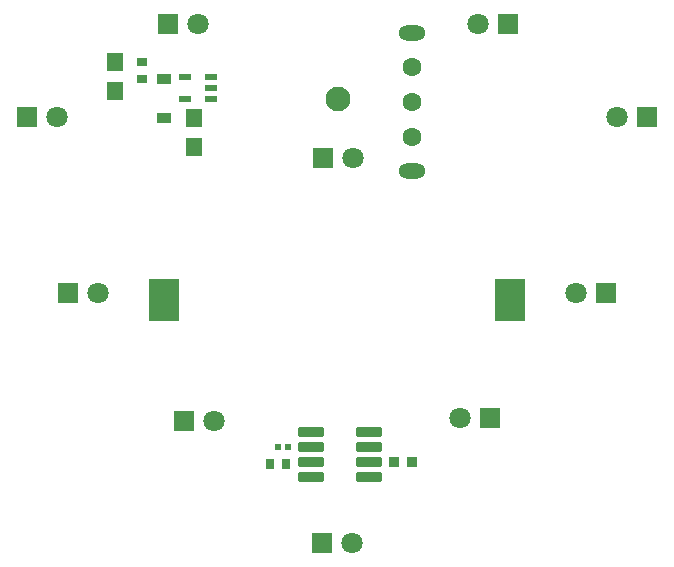
<source format=gbr>
%TF.GenerationSoftware,KiCad,Pcbnew,8.0.7-8.0.7-0~ubuntu24.04.1*%
%TF.CreationDate,2025-01-10T15:07:14-06:00*%
%TF.ProjectId,HeartLEDChaser_PCB,48656172-744c-4454-9443-68617365725f,rev?*%
%TF.SameCoordinates,Original*%
%TF.FileFunction,Soldermask,Bot*%
%TF.FilePolarity,Negative*%
%FSLAX46Y46*%
G04 Gerber Fmt 4.6, Leading zero omitted, Abs format (unit mm)*
G04 Created by KiCad (PCBNEW 8.0.7-8.0.7-0~ubuntu24.04.1) date 2025-01-10 15:07:14*
%MOMM*%
%LPD*%
G01*
G04 APERTURE LIST*
G04 Aperture macros list*
%AMRoundRect*
0 Rectangle with rounded corners*
0 $1 Rounding radius*
0 $2 $3 $4 $5 $6 $7 $8 $9 X,Y pos of 4 corners*
0 Add a 4 corners polygon primitive as box body*
4,1,4,$2,$3,$4,$5,$6,$7,$8,$9,$2,$3,0*
0 Add four circle primitives for the rounded corners*
1,1,$1+$1,$2,$3*
1,1,$1+$1,$4,$5*
1,1,$1+$1,$6,$7*
1,1,$1+$1,$8,$9*
0 Add four rect primitives between the rounded corners*
20,1,$1+$1,$2,$3,$4,$5,0*
20,1,$1+$1,$4,$5,$6,$7,0*
20,1,$1+$1,$6,$7,$8,$9,0*
20,1,$1+$1,$8,$9,$2,$3,0*%
G04 Aperture macros list end*
%ADD10R,1.800000X1.800000*%
%ADD11C,1.800000*%
%ADD12C,1.600000*%
%ADD13O,2.300000X1.300000*%
%ADD14C,2.100000*%
%ADD15R,0.860000X0.800000*%
%ADD16R,1.360000X1.500000*%
%ADD17R,0.800000X0.900000*%
%ADD18R,0.570000X0.540000*%
%ADD19R,2.600000X3.600000*%
%ADD20R,1.000000X0.600000*%
%ADD21RoundRect,0.102000X0.990600X0.279400X-0.990600X0.279400X-0.990600X-0.279400X0.990600X-0.279400X0*%
%ADD22R,0.810000X0.860000*%
%ADD23R,1.150000X0.950000*%
G04 APERTURE END LIST*
D10*
%TO.C,D3*%
X103660000Y-84140000D03*
D11*
X106200000Y-84140000D03*
%TD*%
D10*
%TO.C,D9*%
X156190000Y-84140000D03*
D11*
X153650000Y-84140000D03*
%TD*%
D10*
%TO.C,D8*%
X152740000Y-99050000D03*
D11*
X150200000Y-99050000D03*
%TD*%
D10*
%TO.C,D2*%
X115640000Y-76240000D03*
D11*
X118180000Y-76240000D03*
%TD*%
D10*
%TO.C,D4*%
X107120000Y-99030000D03*
D11*
X109660000Y-99030000D03*
%TD*%
D12*
%TO.C,U4*%
X136250000Y-85870000D03*
X136250000Y-82870000D03*
X136250000Y-79870000D03*
D13*
X136250000Y-77020000D03*
X136250000Y-88720000D03*
%TD*%
D10*
%TO.C,D7*%
X142850000Y-109600000D03*
D11*
X140310000Y-109600000D03*
%TD*%
D10*
%TO.C,D10*%
X144440000Y-76260000D03*
D11*
X141900000Y-76260000D03*
%TD*%
D14*
%TO.C,H1*%
X130000000Y-82600000D03*
%TD*%
D10*
%TO.C,D5*%
X116940000Y-109910000D03*
D11*
X119480000Y-109910000D03*
%TD*%
D10*
%TO.C,D6*%
X128695000Y-120200000D03*
D11*
X131235000Y-120200000D03*
%TD*%
D10*
%TO.C,D1*%
X128740000Y-87580000D03*
D11*
X131280000Y-87580000D03*
%TD*%
D15*
%TO.C,L1*%
X113400000Y-79500000D03*
X113400000Y-80900000D03*
%TD*%
D16*
%TO.C,C3*%
X111160000Y-79510000D03*
X111160000Y-81910000D03*
%TD*%
%TO.C,C4*%
X117850000Y-84260000D03*
X117850000Y-86660000D03*
%TD*%
D17*
%TO.C,C1*%
X125656200Y-113525000D03*
X124256200Y-113525000D03*
%TD*%
D18*
%TO.C,R2*%
X125820000Y-112060000D03*
X124960000Y-112060000D03*
%TD*%
D19*
%TO.C,BT1*%
X144580000Y-99620000D03*
X115280000Y-99620000D03*
%TD*%
D20*
%TO.C,U3*%
X119300000Y-80740000D03*
X119300000Y-81690000D03*
X119300000Y-82640000D03*
X117100000Y-82640000D03*
X117100000Y-80740000D03*
%TD*%
D21*
%TO.C,U1*%
X132630000Y-110790000D03*
X132630000Y-112060000D03*
X132630000Y-113330000D03*
X132630000Y-114600000D03*
X127702400Y-114600000D03*
X127702400Y-113330000D03*
X127702400Y-112060000D03*
X127702400Y-110790000D03*
%TD*%
D22*
%TO.C,R1*%
X134766200Y-113335000D03*
X136266200Y-113335000D03*
%TD*%
D23*
%TO.C,S1*%
X115260000Y-84270000D03*
X115260000Y-80890000D03*
%TD*%
M02*

</source>
